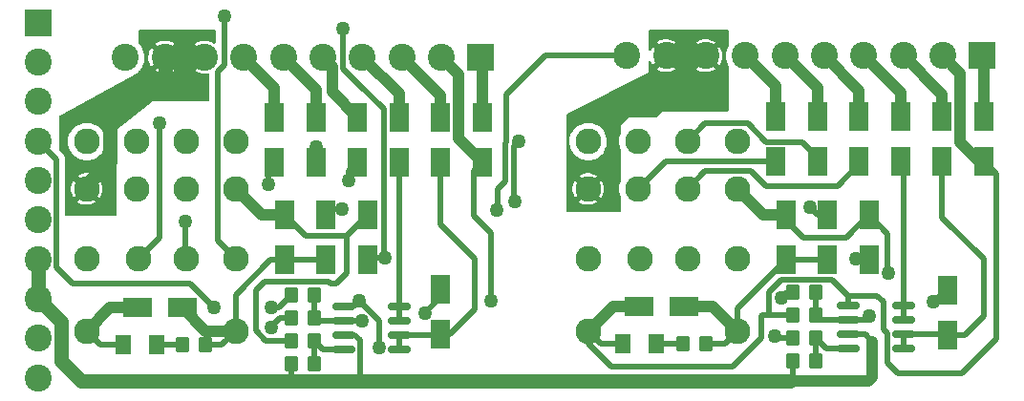
<source format=gtl>
%TF.GenerationSoftware,KiCad,Pcbnew,(5.99.0-9393-ga28cb98626)*%
%TF.CreationDate,2021-02-27T14:03:50-08:00*%
%TF.ProjectId,AuxRelays,41757852-656c-4617-9973-2e6b69636164,n/c*%
%TF.SameCoordinates,Original*%
%TF.FileFunction,Copper,L1,Top*%
%TF.FilePolarity,Positive*%
%FSLAX46Y46*%
G04 Gerber Fmt 4.6, Leading zero omitted, Abs format (unit mm)*
G04 Created by KiCad (PCBNEW (5.99.0-9393-ga28cb98626)) date 2021-02-27 14:03:50*
%MOMM*%
%LPD*%
G01*
G04 APERTURE LIST*
G04 Aperture macros list*
%AMRoundRect*
0 Rectangle with rounded corners*
0 $1 Rounding radius*
0 $2 $3 $4 $5 $6 $7 $8 $9 X,Y pos of 4 corners*
0 Add a 4 corners polygon primitive as box body*
4,1,4,$2,$3,$4,$5,$6,$7,$8,$9,$2,$3,0*
0 Add four circle primitives for the rounded corners*
1,1,$1+$1,$2,$3*
1,1,$1+$1,$4,$5*
1,1,$1+$1,$6,$7*
1,1,$1+$1,$8,$9*
0 Add four rect primitives between the rounded corners*
20,1,$1+$1,$2,$3,$4,$5,0*
20,1,$1+$1,$4,$5,$6,$7,0*
20,1,$1+$1,$6,$7,$8,$9,0*
20,1,$1+$1,$8,$9,$2,$3,0*%
G04 Aperture macros list end*
%TA.AperFunction,ComponentPad*%
%ADD10C,2.286000*%
%TD*%
%TA.AperFunction,SMDPad,CuDef*%
%ADD11RoundRect,0.250000X-0.350000X-0.450000X0.350000X-0.450000X0.350000X0.450000X-0.350000X0.450000X0*%
%TD*%
%TA.AperFunction,SMDPad,CuDef*%
%ADD12RoundRect,0.250000X0.350000X0.450000X-0.350000X0.450000X-0.350000X-0.450000X0.350000X-0.450000X0*%
%TD*%
%TA.AperFunction,SMDPad,CuDef*%
%ADD13RoundRect,0.150000X-0.825000X-0.150000X0.825000X-0.150000X0.825000X0.150000X-0.825000X0.150000X0*%
%TD*%
%TA.AperFunction,SMDPad,CuDef*%
%ADD14RoundRect,0.250001X-0.462499X-0.624999X0.462499X-0.624999X0.462499X0.624999X-0.462499X0.624999X0*%
%TD*%
%TA.AperFunction,ComponentPad*%
%ADD15C,2.400000*%
%TD*%
%TA.AperFunction,ComponentPad*%
%ADD16R,2.400000X2.400000*%
%TD*%
%TA.AperFunction,SMDPad,CuDef*%
%ADD17R,1.800000X2.500000*%
%TD*%
%TA.AperFunction,SMDPad,CuDef*%
%ADD18R,2.500000X1.800000*%
%TD*%
%TA.AperFunction,ViaPad*%
%ADD19C,1.270000*%
%TD*%
%TA.AperFunction,Conductor*%
%ADD20C,1.016000*%
%TD*%
%TA.AperFunction,Conductor*%
%ADD21C,0.508000*%
%TD*%
%TA.AperFunction,Conductor*%
%ADD22C,1.270000*%
%TD*%
%TA.AperFunction,Conductor*%
%ADD23C,2.032000*%
%TD*%
G04 APERTURE END LIST*
D10*
%TO.P,RLY2,14*%
%TO.N,Net-(D13-Pad1)*%
X150233000Y-132116000D03*
%TO.P,RLY2,13*%
%TO.N,Net-(D13-Pad2)*%
X137033000Y-132116000D03*
%TO.P,RLY2,12*%
%TO.N,Net-(RLY1-Pad4)*%
X150233000Y-125716000D03*
%TO.P,RLY2,11*%
%TO.N,Net-(J2-Pad10)*%
X145833000Y-125716000D03*
%TO.P,RLY2,10*%
%TO.N,Net-(J1-Pad10)*%
X141633000Y-125716000D03*
%TO.P,RLY2,9*%
%TO.N,Net-(J3-Pad10)*%
X137033000Y-125716000D03*
%TO.P,RLY2,8*%
%TO.N,Net-(D19-Pad2)*%
X150233000Y-119516000D03*
%TO.P,RLY2,7*%
%TO.N,Net-(D17-Pad2)*%
X145833000Y-119516000D03*
%TO.P,RLY2,6*%
%TO.N,Net-(D15-Pad2)*%
X141433000Y-119516000D03*
%TO.P,RLY2,5*%
%TO.N,Net-(J2-Pad8)*%
X137033000Y-119516000D03*
%TO.P,RLY2,4*%
%TO.N,Net-(J3-Pad5)*%
X150233000Y-115316000D03*
%TO.P,RLY2,3*%
%TO.N,Net-(D16-Pad2)*%
X145833000Y-115316000D03*
%TO.P,RLY2,2*%
%TO.N,unconnected-(RLY2-Pad2)*%
X141433000Y-115316000D03*
%TO.P,RLY2,1*%
%TO.N,unconnected-(RLY2-Pad1)*%
X137033000Y-115316000D03*
%TD*%
%TO.P,RLY1,14*%
%TO.N,Net-(D2-Pad1)*%
X105783000Y-132116000D03*
%TO.P,RLY1,13*%
%TO.N,Net-(D2-Pad2)*%
X92583000Y-132116000D03*
%TO.P,RLY1,12*%
%TO.N,Net-(J3-Pad1)*%
X105783000Y-125716000D03*
%TO.P,RLY1,11*%
%TO.N,Net-(J2-Pad10)*%
X101383000Y-125716000D03*
%TO.P,RLY1,10*%
%TO.N,Net-(J1-Pad10)*%
X97183000Y-125716000D03*
%TO.P,RLY1,9*%
%TO.N,Net-(J3-Pad10)*%
X92583000Y-125716000D03*
%TO.P,RLY1,8*%
%TO.N,Net-(D11-Pad2)*%
X105783000Y-119516000D03*
%TO.P,RLY1,7*%
%TO.N,Net-(D6-Pad2)*%
X101383000Y-119516000D03*
%TO.P,RLY1,6*%
%TO.N,Net-(D4-Pad2)*%
X96983000Y-119516000D03*
%TO.P,RLY1,5*%
%TO.N,Net-(J1-Pad8)*%
X92583000Y-119516000D03*
%TO.P,RLY1,4*%
%TO.N,Net-(RLY1-Pad4)*%
X105783000Y-115316000D03*
%TO.P,RLY1,3*%
%TO.N,Net-(D5-Pad2)*%
X101383000Y-115316000D03*
%TO.P,RLY1,2*%
%TO.N,unconnected-(RLY1-Pad2)*%
X96983000Y-115316000D03*
%TO.P,RLY1,1*%
%TO.N,unconnected-(RLY1-Pad1)*%
X92583000Y-115316000D03*
%TD*%
D11*
%TO.P,R10,2*%
%TO.N,Net-(Q2-Pad4)*%
X157210000Y-134801000D03*
%TO.P,R10,1*%
%TO.N,GND*%
X155210000Y-134801000D03*
%TD*%
D12*
%TO.P,R9,2*%
%TO.N,Net-(D19-Pad2)*%
X155210000Y-132769000D03*
%TO.P,R9,1*%
%TO.N,Net-(Q2-Pad4)*%
X157210000Y-132769000D03*
%TD*%
D11*
%TO.P,R8,2*%
%TO.N,Net-(D12-Pad2)*%
X157210000Y-130737000D03*
%TO.P,R8,1*%
%TO.N,Net-(D13-Pad2)*%
X155210000Y-130737000D03*
%TD*%
D12*
%TO.P,R7,2*%
%TO.N,Net-(J3-Pad4)*%
X155210000Y-128705000D03*
%TO.P,R7,1*%
%TO.N,Net-(D12-Pad2)*%
X157210000Y-128705000D03*
%TD*%
%TO.P,R6,2*%
%TO.N,Net-(LED2-Pad2)*%
X145431000Y-133223000D03*
%TO.P,R6,1*%
%TO.N,Net-(D13-Pad1)*%
X147431000Y-133223000D03*
%TD*%
D11*
%TO.P,R5,2*%
%TO.N,Net-(Q1-Pad4)*%
X112760000Y-135001000D03*
%TO.P,R5,1*%
%TO.N,GND*%
X110760000Y-135001000D03*
%TD*%
D12*
%TO.P,R4,2*%
%TO.N,Net-(D11-Pad2)*%
X110760000Y-132969000D03*
%TO.P,R4,1*%
%TO.N,Net-(Q1-Pad4)*%
X112760000Y-132969000D03*
%TD*%
D11*
%TO.P,R3,2*%
%TO.N,Net-(D1-Pad2)*%
X112760000Y-130937000D03*
%TO.P,R3,1*%
%TO.N,Net-(D2-Pad2)*%
X110760000Y-130937000D03*
%TD*%
D12*
%TO.P,R2,2*%
%TO.N,Net-(J3-Pad4)*%
X110760000Y-128905000D03*
%TO.P,R2,1*%
%TO.N,Net-(D1-Pad2)*%
X112760000Y-128905000D03*
%TD*%
%TO.P,R1,2*%
%TO.N,Net-(LED1-Pad2)*%
X101108000Y-133350000D03*
%TO.P,R1,1*%
%TO.N,Net-(D2-Pad1)*%
X103108000Y-133350000D03*
%TD*%
D13*
%TO.P,Q2,8,D*%
%TO.N,Net-(D14-Pad1)*%
X165035000Y-129848000D03*
%TO.P,Q2,7,D*%
X165035000Y-131118000D03*
%TO.P,Q2,6,D*%
%TO.N,Net-(D12-Pad1)*%
X165035000Y-132388000D03*
%TO.P,Q2,5,D*%
X165035000Y-133658000D03*
%TO.P,Q2,4,G*%
%TO.N,Net-(Q2-Pad4)*%
X160085000Y-133658000D03*
%TO.P,Q2,3,1*%
%TO.N,GND*%
X160085000Y-132388000D03*
%TO.P,Q2,2,G*%
%TO.N,Net-(D12-Pad2)*%
X160085000Y-131118000D03*
%TO.P,Q2,1,S*%
%TO.N,Net-(D13-Pad2)*%
X160085000Y-129848000D03*
%TD*%
%TO.P,Q1,8,D*%
%TO.N,Net-(D3-Pad1)*%
X120331000Y-129921000D03*
%TO.P,Q1,7,D*%
X120331000Y-131191000D03*
%TO.P,Q1,6,D*%
%TO.N,Net-(D1-Pad1)*%
X120331000Y-132461000D03*
%TO.P,Q1,5,D*%
X120331000Y-133731000D03*
%TO.P,Q1,4,G*%
%TO.N,Net-(Q1-Pad4)*%
X115381000Y-133731000D03*
%TO.P,Q1,3,1*%
%TO.N,GND*%
X115381000Y-132461000D03*
%TO.P,Q1,2,G*%
%TO.N,Net-(D1-Pad2)*%
X115381000Y-131191000D03*
%TO.P,Q1,1,S*%
%TO.N,Net-(D2-Pad2)*%
X115381000Y-129921000D03*
%TD*%
D14*
%TO.P,LED2,2,A*%
%TO.N,Net-(LED2-Pad2)*%
X143092500Y-133223000D03*
%TO.P,LED2,1,K*%
%TO.N,Net-(D13-Pad2)*%
X140117500Y-133223000D03*
%TD*%
%TO.P,LED1,2,A*%
%TO.N,Net-(LED1-Pad2)*%
X98769500Y-133350000D03*
%TO.P,LED1,1,K*%
%TO.N,Net-(D2-Pad2)*%
X95794500Y-133350000D03*
%TD*%
D15*
%TO.P,J3,10,Pin_10*%
%TO.N,Net-(J3-Pad10)*%
X88265000Y-136275000D03*
%TO.P,J3,9,Pin_9*%
X88265000Y-132775000D03*
%TO.P,J3,8,Pin_8*%
%TO.N,GND*%
X88265000Y-129275000D03*
%TO.P,J3,7,Pin_7*%
X88265000Y-125775000D03*
%TO.P,J3,6,Pin_6*%
%TO.N,unconnected-(J3-Pad6)*%
X88265000Y-122275000D03*
%TO.P,J3,5,Pin_5*%
%TO.N,Net-(J3-Pad5)*%
X88265000Y-118775000D03*
%TO.P,J3,4,Pin_4*%
%TO.N,Net-(J3-Pad4)*%
X88265000Y-115275000D03*
%TO.P,J3,3,Pin_3*%
%TO.N,Net-(D20-Pad2)*%
X88265000Y-111775000D03*
%TO.P,J3,2,Pin_2*%
%TO.N,Net-(D11-Pad1)*%
X88265000Y-108275000D03*
D16*
%TO.P,J3,1,Pin_1*%
%TO.N,Net-(J3-Pad1)*%
X88265000Y-104775000D03*
%TD*%
D15*
%TO.P,J2,10,Pin_10*%
%TO.N,Net-(J2-Pad10)*%
X140460000Y-107696000D03*
%TO.P,J2,9,Pin_9*%
%TO.N,Net-(J2-Pad8)*%
X143960000Y-107696000D03*
%TO.P,J2,8,Pin_8*%
X147460000Y-107696000D03*
%TO.P,J2,7,Pin_7*%
%TO.N,Net-(D15-Pad1)*%
X150960000Y-107696000D03*
%TO.P,J2,6,Pin_6*%
%TO.N,Net-(D16-Pad1)*%
X154460000Y-107696000D03*
%TO.P,J2,5,Pin_5*%
%TO.N,Net-(D17-Pad1)*%
X157960000Y-107696000D03*
%TO.P,J2,4,Pin_4*%
%TO.N,Net-(D14-Pad2)*%
X161460000Y-107696000D03*
%TO.P,J2,3,Pin_3*%
%TO.N,Net-(D21-Pad2)*%
X164960000Y-107696000D03*
%TO.P,J2,2,Pin_2*%
%TO.N,Net-(D13-Pad2)*%
X168460000Y-107696000D03*
D16*
%TO.P,J2,1,Pin_1*%
%TO.N,Net-(D18-Pad1)*%
X171960000Y-107696000D03*
%TD*%
D15*
%TO.P,J1,10,Pin_10*%
%TO.N,Net-(J1-Pad10)*%
X96010000Y-107823000D03*
%TO.P,J1,9,Pin_9*%
%TO.N,Net-(J1-Pad8)*%
X99510000Y-107823000D03*
%TO.P,J1,8,Pin_8*%
X103010000Y-107823000D03*
%TO.P,J1,7,Pin_7*%
%TO.N,Net-(D4-Pad1)*%
X106510000Y-107823000D03*
%TO.P,J1,6,Pin_6*%
%TO.N,Net-(D5-Pad1)*%
X110010000Y-107823000D03*
%TO.P,J1,5,Pin_5*%
%TO.N,Net-(D6-Pad1)*%
X113510000Y-107823000D03*
%TO.P,J1,4,Pin_4*%
%TO.N,Net-(D3-Pad2)*%
X117010000Y-107823000D03*
%TO.P,J1,3,Pin_3*%
%TO.N,Net-(D10-Pad2)*%
X120510000Y-107823000D03*
%TO.P,J1,2,Pin_2*%
%TO.N,Net-(D2-Pad2)*%
X124010000Y-107823000D03*
D16*
%TO.P,J1,1,Pin_1*%
%TO.N,Net-(D7-Pad1)*%
X127510000Y-107823000D03*
%TD*%
D17*
%TO.P,D22,2,A*%
%TO.N,Net-(D19-Pad2)*%
X161925000Y-121825000D03*
%TO.P,D22,1,K*%
%TO.N,Net-(D11-Pad1)*%
X161925000Y-125825000D03*
%TD*%
%TO.P,D21,2,A*%
%TO.N,Net-(D21-Pad2)*%
X168402000Y-113062000D03*
%TO.P,D21,1,K*%
%TO.N,Net-(D12-Pad1)*%
X168402000Y-117062000D03*
%TD*%
%TO.P,D20,2,A*%
%TO.N,Net-(D20-Pad2)*%
X158242000Y-121825000D03*
%TO.P,D20,1,K*%
%TO.N,Net-(D13-Pad1)*%
X158242000Y-125825000D03*
%TD*%
%TO.P,D19,2,A*%
%TO.N,Net-(D19-Pad2)*%
X154559000Y-121825000D03*
%TO.P,D19,1,K*%
%TO.N,Net-(D13-Pad1)*%
X154559000Y-125825000D03*
%TD*%
%TO.P,D18,2,A*%
%TO.N,Net-(D13-Pad2)*%
X172085000Y-117062000D03*
%TO.P,D18,1,K*%
%TO.N,Net-(D18-Pad1)*%
X172085000Y-113062000D03*
%TD*%
%TO.P,D17,2,A*%
%TO.N,Net-(D17-Pad2)*%
X161036000Y-117062000D03*
%TO.P,D17,1,K*%
%TO.N,Net-(D17-Pad1)*%
X161036000Y-113062000D03*
%TD*%
%TO.P,D16,2,A*%
%TO.N,Net-(D16-Pad2)*%
X157353000Y-117062000D03*
%TO.P,D16,1,K*%
%TO.N,Net-(D16-Pad1)*%
X157353000Y-113062000D03*
%TD*%
%TO.P,D15,2,A*%
%TO.N,Net-(D15-Pad2)*%
X153670000Y-117062000D03*
%TO.P,D15,1,K*%
%TO.N,Net-(D15-Pad1)*%
X153670000Y-113062000D03*
%TD*%
%TO.P,D14,2,A*%
%TO.N,Net-(D14-Pad2)*%
X164719000Y-113062000D03*
%TO.P,D14,1,K*%
%TO.N,Net-(D14-Pad1)*%
X164719000Y-117062000D03*
%TD*%
D18*
%TO.P,D13,2,A*%
%TO.N,Net-(D13-Pad2)*%
X141510000Y-129921000D03*
%TO.P,D13,1,K*%
%TO.N,Net-(D13-Pad1)*%
X145510000Y-129921000D03*
%TD*%
D17*
%TO.P,D12,2,A*%
%TO.N,Net-(D12-Pad2)*%
X168910000Y-128483000D03*
%TO.P,D12,1,K*%
%TO.N,Net-(D12-Pad1)*%
X168910000Y-132483000D03*
%TD*%
%TO.P,D11,2,A*%
%TO.N,Net-(D11-Pad2)*%
X117475000Y-121825000D03*
%TO.P,D11,1,K*%
%TO.N,Net-(D11-Pad1)*%
X117475000Y-125825000D03*
%TD*%
%TO.P,D10,2,A*%
%TO.N,Net-(D10-Pad2)*%
X123952000Y-113157000D03*
%TO.P,D10,1,K*%
%TO.N,Net-(D1-Pad1)*%
X123952000Y-117157000D03*
%TD*%
%TO.P,D9,2,A*%
%TO.N,Net-(D20-Pad2)*%
X113792000Y-121825000D03*
%TO.P,D9,1,K*%
%TO.N,Net-(D2-Pad1)*%
X113792000Y-125825000D03*
%TD*%
%TO.P,D8,2,A*%
%TO.N,Net-(D11-Pad2)*%
X110109000Y-121825000D03*
%TO.P,D8,1,K*%
%TO.N,Net-(D2-Pad1)*%
X110109000Y-125825000D03*
%TD*%
%TO.P,D7,2,A*%
%TO.N,Net-(D2-Pad2)*%
X127635000Y-117157000D03*
%TO.P,D7,1,K*%
%TO.N,Net-(D7-Pad1)*%
X127635000Y-113157000D03*
%TD*%
%TO.P,D6,2,A*%
%TO.N,Net-(D6-Pad2)*%
X116586000Y-117157000D03*
%TO.P,D6,1,K*%
%TO.N,Net-(D6-Pad1)*%
X116586000Y-113157000D03*
%TD*%
%TO.P,D5,2,A*%
%TO.N,Net-(D5-Pad2)*%
X112903000Y-117157000D03*
%TO.P,D5,1,K*%
%TO.N,Net-(D5-Pad1)*%
X112903000Y-113157000D03*
%TD*%
%TO.P,D4,2,A*%
%TO.N,Net-(D4-Pad2)*%
X109220000Y-117189000D03*
%TO.P,D4,1,K*%
%TO.N,Net-(D4-Pad1)*%
X109220000Y-113189000D03*
%TD*%
%TO.P,D3,2,A*%
%TO.N,Net-(D3-Pad2)*%
X120269000Y-113157000D03*
%TO.P,D3,1,K*%
%TO.N,Net-(D3-Pad1)*%
X120269000Y-117157000D03*
%TD*%
D18*
%TO.P,D2,2,A*%
%TO.N,Net-(D2-Pad2)*%
X97060000Y-130048000D03*
%TO.P,D2,1,K*%
%TO.N,Net-(D2-Pad1)*%
X101060000Y-130048000D03*
%TD*%
D17*
%TO.P,D1,2,A*%
%TO.N,Net-(D1-Pad2)*%
X123952000Y-128429000D03*
%TO.P,D1,1,K*%
%TO.N,Net-(D1-Pad1)*%
X123952000Y-132429000D03*
%TD*%
D19*
%TO.N,Net-(J1-Pad10)*%
X99060000Y-113665000D03*
%TO.N,Net-(D2-Pad2)*%
X118491000Y-133604000D03*
X108966000Y-131826000D03*
%TO.N,Net-(J3-Pad4)*%
X103886000Y-130048000D03*
%TO.N,Net-(D11-Pad1)*%
X115316000Y-105283000D03*
%TO.N,Net-(J3-Pad1)*%
X104775000Y-104193990D03*
%TO.N,Net-(D5-Pad2)*%
X112903000Y-115824000D03*
%TO.N,Net-(D4-Pad2)*%
X108712000Y-119126000D03*
%TO.N,Net-(D6-Pad2)*%
X115824000Y-118745000D03*
%TO.N,Net-(D2-Pad2)*%
X116713000Y-129413000D03*
X128397000Y-129413000D03*
%TO.N,Net-(J3-Pad4)*%
X154178000Y-129159000D03*
X108966000Y-130048000D03*
%TO.N,Net-(D20-Pad2)*%
X156718000Y-121158000D03*
X115189000Y-121285000D03*
%TO.N,Net-(D19-Pad2)*%
X153543000Y-132588000D03*
X163660002Y-127000000D03*
%TO.N,Net-(D11-Pad1)*%
X160782000Y-125730000D03*
X118999000Y-125603000D03*
%TO.N,Net-(J2-Pad10)*%
X128905000Y-121412000D03*
%TO.N,Net-(RLY1-Pad4)*%
X130556000Y-120650000D03*
X130883010Y-115302253D03*
%TO.N,Net-(J2-Pad10)*%
X101346000Y-122374010D03*
%TO.N,Net-(D1-Pad2)*%
X122555000Y-130502010D03*
X116979075Y-131219169D03*
%TO.N,Net-(D12-Pad2)*%
X167640000Y-129540000D03*
X161925000Y-130810000D03*
%TD*%
D20*
%TO.N,GND*%
X162232989Y-136197989D02*
X161894958Y-136536020D01*
X161894958Y-136536020D02*
X154951020Y-136536020D01*
D21*
X160085000Y-132388000D02*
X161578978Y-132388000D01*
X161578978Y-132388000D02*
X162232989Y-133042011D01*
%TO.N,Net-(D13-Pad2)*%
X163522020Y-134947020D02*
X163522020Y-132316518D01*
X170180000Y-135890000D02*
X164465000Y-135890000D01*
D20*
%TO.N,GND*%
X162232989Y-136197989D02*
X162232989Y-133042011D01*
D21*
%TO.N,Net-(D13-Pad2)*%
X172085000Y-117062000D02*
X173228000Y-118205000D01*
X163522020Y-132316518D02*
X163195000Y-131989498D01*
X162625000Y-128970000D02*
X160085000Y-128970000D01*
X163195000Y-129540000D02*
X162625000Y-128970000D01*
X173228000Y-132842000D02*
X170180000Y-135890000D01*
X173228000Y-118205000D02*
X173228000Y-132842000D01*
X164465000Y-135890000D02*
X163522020Y-134947020D01*
X163195000Y-131989498D02*
X163195000Y-129540000D01*
%TO.N,Net-(J1-Pad10)*%
X99060000Y-113665000D02*
X99060000Y-123839000D01*
X99060000Y-123839000D02*
X97183000Y-125716000D01*
%TO.N,Net-(D1-Pad2)*%
X115381000Y-131191000D02*
X116950906Y-131191000D01*
%TO.N,GND*%
X116356000Y-132461000D02*
X116828980Y-132933980D01*
X116828980Y-132933980D02*
X116828980Y-136536020D01*
%TO.N,Net-(D2-Pad2)*%
X118491000Y-133604000D02*
X118491000Y-131191000D01*
X118491000Y-131191000D02*
X116713000Y-129413000D01*
%TO.N,GND*%
X115381000Y-132461000D02*
X116356000Y-132461000D01*
%TO.N,Net-(D1-Pad2)*%
X116950906Y-131191000D02*
X116979075Y-131219169D01*
%TO.N,Net-(D2-Pad2)*%
X109728000Y-130937000D02*
X108966000Y-131699000D01*
X108966000Y-131699000D02*
X108966000Y-131826000D01*
%TO.N,Net-(D11-Pad2)*%
X108458000Y-132969000D02*
X110760000Y-132969000D01*
X115602000Y-123698000D02*
X115602000Y-126982220D01*
X115602000Y-126982220D02*
X114695220Y-127889000D01*
X114173000Y-127889000D02*
X114034980Y-127750980D01*
X114695220Y-127889000D02*
X114173000Y-127889000D01*
X114034980Y-127750980D02*
X108342020Y-127750980D01*
X108342020Y-127750980D02*
X107569000Y-128524000D01*
X107569000Y-132080000D02*
X108458000Y-132969000D01*
X107569000Y-128524000D02*
X107569000Y-132080000D01*
%TO.N,Net-(J3-Pad4)*%
X89919011Y-116929011D02*
X88265000Y-115275000D01*
X103886000Y-130048000D02*
X101727000Y-127889000D01*
X101727000Y-127889000D02*
X91313000Y-127889000D01*
X91313000Y-127889000D02*
X89919011Y-126495011D01*
X89919011Y-126495011D02*
X89919011Y-116929011D01*
%TO.N,Net-(J3-Pad1)*%
X104775000Y-108505937D02*
X104775000Y-104193990D01*
X104185989Y-109094948D02*
X104775000Y-108505937D01*
%TO.N,Net-(D11-Pad1)*%
X118999000Y-125603000D02*
X118914989Y-125518989D01*
X118914989Y-125518989D02*
X118914989Y-112437989D01*
X115316000Y-108839000D02*
X115316000Y-105283000D01*
%TO.N,Net-(J3-Pad1)*%
X104185989Y-124118989D02*
X104185989Y-109094948D01*
%TO.N,Net-(D11-Pad1)*%
X116586000Y-110109000D02*
X115316000Y-108839000D01*
X118914989Y-112437989D02*
X116586000Y-110109000D01*
D20*
%TO.N,Net-(D6-Pad1)*%
X116586000Y-113157000D02*
X114353989Y-110924989D01*
D21*
%TO.N,Net-(J3-Pad1)*%
X105783000Y-125716000D02*
X104185989Y-124118989D01*
D20*
%TO.N,Net-(D6-Pad1)*%
X114353989Y-110924989D02*
X114353989Y-108666989D01*
X114353989Y-108666989D02*
X113510000Y-107823000D01*
D21*
%TO.N,Net-(D5-Pad2)*%
X112903000Y-115824000D02*
X112903000Y-117157000D01*
%TO.N,Net-(D4-Pad2)*%
X108712000Y-119126000D02*
X108712000Y-117697000D01*
X108712000Y-117697000D02*
X109220000Y-117189000D01*
%TO.N,Net-(D6-Pad2)*%
X115824000Y-118745000D02*
X115824000Y-117919000D01*
X115824000Y-117919000D02*
X116586000Y-117157000D01*
%TO.N,Net-(D2-Pad2)*%
X128397000Y-123444000D02*
X126873000Y-121920000D01*
%TO.N,Net-(D1-Pad2)*%
X123952000Y-128429000D02*
X123952000Y-129105010D01*
%TO.N,Net-(D2-Pad2)*%
X115381000Y-129921000D02*
X116205000Y-129921000D01*
X126873000Y-121920000D02*
X126873000Y-117919000D01*
%TO.N,Net-(D1-Pad2)*%
X123952000Y-129105010D02*
X122555000Y-130502010D01*
%TO.N,Net-(D2-Pad2)*%
X116205000Y-129921000D02*
X116713000Y-129413000D01*
X128397000Y-129413000D02*
X128397000Y-123444000D01*
X126873000Y-117919000D02*
X127635000Y-117157000D01*
%TO.N,Net-(J3-Pad4)*%
X109617000Y-130048000D02*
X110760000Y-128905000D01*
%TO.N,Net-(D13-Pad2)*%
X158644011Y-127529011D02*
X154196267Y-127529011D01*
X153088999Y-128636279D02*
X153088999Y-130717999D01*
%TO.N,Net-(J3-Pad4)*%
X154632000Y-128705000D02*
X154178000Y-129159000D01*
%TO.N,Net-(D13-Pad2)*%
X160085000Y-128970000D02*
X158644011Y-127529011D01*
X153088999Y-130717999D02*
X153108000Y-130737000D01*
X154196267Y-127529011D02*
X153088999Y-128636279D01*
X160085000Y-129848000D02*
X160085000Y-128970000D01*
%TO.N,Net-(J3-Pad4)*%
X155210000Y-128705000D02*
X154632000Y-128705000D01*
X108966000Y-130048000D02*
X109617000Y-130048000D01*
D22*
%TO.N,Net-(J1-Pad8)*%
X92583000Y-119516000D02*
X92583000Y-119126000D01*
X94615000Y-117094000D02*
X94615000Y-113030000D01*
X92583000Y-119126000D02*
X94615000Y-117094000D01*
X96647000Y-110998000D02*
X98933000Y-110998000D01*
X94615000Y-113030000D02*
X96647000Y-110998000D01*
X98933000Y-110998000D02*
X99510000Y-110421000D01*
X99510000Y-110421000D02*
X99510000Y-107823000D01*
D21*
%TO.N,Net-(J2-Pad10)*%
X101383000Y-125716000D02*
X101346000Y-125679000D01*
X101346000Y-125679000D02*
X101346000Y-122374010D01*
%TO.N,Net-(D20-Pad2)*%
X114332000Y-121285000D02*
X113792000Y-121825000D01*
X157385000Y-121825000D02*
X156718000Y-121158000D01*
X158242000Y-121825000D02*
X157385000Y-121825000D01*
X115189000Y-121285000D02*
X114332000Y-121285000D01*
%TO.N,Net-(D14-Pad1)*%
X165035000Y-117378000D02*
X165035000Y-129848000D01*
X164719000Y-117062000D02*
X165035000Y-117378000D01*
%TO.N,Net-(D19-Pad2)*%
X155210000Y-132769000D02*
X153724000Y-132769000D01*
X153724000Y-132769000D02*
X153543000Y-132588000D01*
X161925000Y-121825000D02*
X163576000Y-123476000D01*
X163576000Y-123476000D02*
X163576000Y-127000000D01*
%TO.N,Net-(D11-Pad1)*%
X161925000Y-125825000D02*
X160877000Y-125825000D01*
X160877000Y-125825000D02*
X160782000Y-125730000D01*
X117697000Y-125603000D02*
X117475000Y-125825000D01*
X118999000Y-125603000D02*
X117697000Y-125603000D01*
%TO.N,Net-(D13-Pad2)*%
X160085000Y-129848000D02*
X160085000Y-129221000D01*
%TO.N,Net-(RLY1-Pad4)*%
X130429000Y-120523000D02*
X130429000Y-115756263D01*
X130429000Y-115756263D02*
X130883010Y-115302253D01*
%TO.N,Net-(J2-Pad10)*%
X128989011Y-121327989D02*
X128989011Y-119549989D01*
%TO.N,Net-(RLY1-Pad4)*%
X130556000Y-120650000D02*
X130429000Y-120523000D01*
%TO.N,Net-(J2-Pad10)*%
X133223000Y-107696000D02*
X140460000Y-107696000D01*
X128905000Y-121412000D02*
X128989011Y-121327989D01*
X128989011Y-119549989D02*
X129720989Y-118818011D01*
X129720989Y-118818011D02*
X129720990Y-115462995D01*
X129720990Y-115462995D02*
X129794000Y-115389985D01*
X129794000Y-115389985D02*
X129794000Y-111125000D01*
X129794000Y-111125000D02*
X133223000Y-107696000D01*
D23*
%TO.N,Net-(J1-Pad8)*%
X99510000Y-107823000D02*
X103010000Y-107823000D01*
%TO.N,Net-(J2-Pad8)*%
X143960000Y-107696000D02*
X147460000Y-107696000D01*
D21*
%TO.N,Net-(D11-Pad2)*%
X111982000Y-123698000D02*
X110109000Y-121825000D01*
X115602000Y-123698000D02*
X111982000Y-123698000D01*
X117475000Y-121825000D02*
X115602000Y-123698000D01*
D20*
X110109000Y-121825000D02*
X108092000Y-121825000D01*
X108092000Y-121825000D02*
X105783000Y-119516000D01*
%TO.N,Net-(D19-Pad2)*%
X152542000Y-121825000D02*
X154559000Y-121825000D01*
D21*
%TO.N,Net-(D17-Pad2)*%
X161036000Y-117348000D02*
X159131000Y-119253000D01*
D20*
%TO.N,Net-(D19-Pad2)*%
X150233000Y-119516000D02*
X152542000Y-121825000D01*
D21*
%TO.N,Net-(D17-Pad2)*%
X159131000Y-119253000D02*
X152781000Y-119253000D01*
X147430011Y-117918989D02*
X145833000Y-119516000D01*
X161036000Y-117062000D02*
X161036000Y-117348000D01*
X152781000Y-119253000D02*
X151446989Y-117918989D01*
X151446989Y-117918989D02*
X147430011Y-117918989D01*
%TO.N,Net-(D15-Pad2)*%
X153670000Y-117062000D02*
X143887000Y-117062000D01*
X143887000Y-117062000D02*
X141433000Y-119516000D01*
%TO.N,Net-(D19-Pad2)*%
X154559000Y-122301000D02*
X154559000Y-121825000D01*
X156083000Y-123825000D02*
X154559000Y-122301000D01*
X161925000Y-121825000D02*
X161893000Y-121825000D01*
X161893000Y-121825000D02*
X159893000Y-123825000D01*
X159893000Y-123825000D02*
X156083000Y-123825000D01*
%TO.N,Net-(D13-Pad1)*%
X158242000Y-125825000D02*
X154559000Y-125825000D01*
%TO.N,Net-(D2-Pad1)*%
X113792000Y-125825000D02*
X110109000Y-125825000D01*
X108871000Y-125825000D02*
X110109000Y-125825000D01*
X105783000Y-132116000D02*
X105783000Y-128913000D01*
X105783000Y-128913000D02*
X108871000Y-125825000D01*
%TO.N,Net-(D13-Pad2)*%
X152473000Y-130737000D02*
X153108000Y-130737000D01*
X153108000Y-130737000D02*
X155210000Y-130737000D01*
%TO.N,Net-(D12-Pad2)*%
X160085000Y-131118000D02*
X161617000Y-131118000D01*
X161617000Y-131118000D02*
X161925000Y-130810000D01*
X168697000Y-128483000D02*
X167640000Y-129540000D01*
X168910000Y-128483000D02*
X168697000Y-128483000D01*
%TO.N,Net-(D12-Pad1)*%
X168402000Y-117062000D02*
X168402000Y-122047000D01*
X168402000Y-122047000D02*
X172085000Y-125730000D01*
X172085000Y-125730000D02*
X172085000Y-130810000D01*
X172085000Y-130810000D02*
X170412000Y-132483000D01*
X170412000Y-132483000D02*
X168910000Y-132483000D01*
%TO.N,Net-(D1-Pad1)*%
X124746000Y-132429000D02*
X123952000Y-132429000D01*
X123952000Y-117157000D02*
X123952000Y-122682000D01*
X123952000Y-122682000D02*
X127000000Y-125730000D01*
X127000000Y-130175000D02*
X124746000Y-132429000D01*
X127000000Y-125730000D02*
X127000000Y-130175000D01*
D22*
%TO.N,GND*%
X92086020Y-136536020D02*
X110501020Y-136536020D01*
X110501020Y-136536020D02*
X116828980Y-136536020D01*
D21*
X110760000Y-135001000D02*
X110760000Y-136277040D01*
X110760000Y-136277040D02*
X110501020Y-136536020D01*
D22*
X116828980Y-136536020D02*
X154951020Y-136536020D01*
D21*
X155210000Y-134801000D02*
X155210000Y-136277040D01*
X155210000Y-136277040D02*
X154951020Y-136536020D01*
D22*
X88265000Y-129275000D02*
X90300011Y-131310011D01*
X90300011Y-131310011D02*
X90300011Y-134750011D01*
X90300011Y-134750011D02*
X92086020Y-136536020D01*
X88265000Y-129275000D02*
X88265000Y-125775000D01*
D21*
%TO.N,Net-(D3-Pad1)*%
X120269000Y-117157000D02*
X120269000Y-129859000D01*
X120269000Y-129859000D02*
X120331000Y-129921000D01*
%TO.N,Net-(D2-Pad2)*%
X109728000Y-130937000D02*
X110760000Y-130937000D01*
%TO.N,Net-(D13-Pad1)*%
X150233000Y-132116000D02*
X150233000Y-130151000D01*
X150233000Y-130151000D02*
X154559000Y-125825000D01*
%TO.N,Net-(D13-Pad2)*%
X137033000Y-133223000D02*
X139065000Y-135255000D01*
X149860000Y-135255000D02*
X152400000Y-132715000D01*
X137033000Y-132116000D02*
X137033000Y-133223000D01*
X152400000Y-132715000D02*
X152400000Y-130810000D01*
X152400000Y-130810000D02*
X152473000Y-130737000D01*
X139065000Y-135255000D02*
X149860000Y-135255000D01*
%TO.N,Net-(D16-Pad2)*%
X145833000Y-115316000D02*
X147430011Y-113718989D01*
X147430011Y-113718989D02*
X151183989Y-113718989D01*
X152822989Y-115357989D02*
X155997989Y-115357989D01*
X155997989Y-115357989D02*
X157353000Y-116713000D01*
X151183989Y-113718989D02*
X152822989Y-115357989D01*
X157353000Y-116713000D02*
X157353000Y-117062000D01*
%TO.N,Net-(D12-Pad2)*%
X160085000Y-131118000D02*
X157591000Y-131118000D01*
X157591000Y-131118000D02*
X157210000Y-130737000D01*
X157210000Y-130737000D02*
X157210000Y-128705000D01*
%TO.N,Net-(D12-Pad1)*%
X165035000Y-132388000D02*
X168815000Y-132388000D01*
X168815000Y-132388000D02*
X168910000Y-132483000D01*
%TO.N,Net-(D14-Pad1)*%
X165035000Y-129848000D02*
X165035000Y-131118000D01*
%TO.N,Net-(D12-Pad1)*%
X165035000Y-132388000D02*
X165035000Y-133658000D01*
%TO.N,Net-(Q2-Pad4)*%
X160085000Y-133658000D02*
X158099000Y-133658000D01*
X158099000Y-133658000D02*
X157210000Y-132769000D01*
X157210000Y-132769000D02*
X157210000Y-134801000D01*
D20*
%TO.N,Net-(D13-Pad2)*%
X141510000Y-129921000D02*
X139228000Y-129921000D01*
X139228000Y-129921000D02*
X137033000Y-132116000D01*
%TO.N,Net-(D13-Pad1)*%
X145510000Y-129921000D02*
X148038000Y-129921000D01*
X148038000Y-129921000D02*
X150233000Y-132116000D01*
D21*
X147431000Y-133223000D02*
X149126000Y-133223000D01*
X149126000Y-133223000D02*
X150233000Y-132116000D01*
%TO.N,Net-(LED2-Pad2)*%
X143092500Y-133223000D02*
X145431000Y-133223000D01*
%TO.N,Net-(D13-Pad2)*%
X140117500Y-133223000D02*
X138140000Y-133223000D01*
X138140000Y-133223000D02*
X137033000Y-132116000D01*
%TO.N,Net-(LED1-Pad2)*%
X101108000Y-133350000D02*
X98769500Y-133350000D01*
%TO.N,Net-(D2-Pad1)*%
X103108000Y-133350000D02*
X104549000Y-133350000D01*
X104549000Y-133350000D02*
X105783000Y-132116000D01*
%TO.N,Net-(D2-Pad2)*%
X95794500Y-133350000D02*
X93817000Y-133350000D01*
X93817000Y-133350000D02*
X92583000Y-132116000D01*
D20*
X97060000Y-130048000D02*
X94651000Y-130048000D01*
X94651000Y-130048000D02*
X92583000Y-132116000D01*
%TO.N,Net-(D2-Pad1)*%
X105783000Y-132116000D02*
X103128000Y-132116000D01*
X103128000Y-132116000D02*
X101060000Y-130048000D01*
D21*
%TO.N,Net-(D1-Pad1)*%
X120331000Y-132461000D02*
X123920000Y-132461000D01*
X123920000Y-132461000D02*
X123952000Y-132429000D01*
%TO.N,Net-(D3-Pad1)*%
X120331000Y-131191000D02*
X120331000Y-129921000D01*
%TO.N,Net-(D1-Pad1)*%
X120331000Y-133731000D02*
X120331000Y-132461000D01*
%TO.N,Net-(Q1-Pad4)*%
X115381000Y-133731000D02*
X113522000Y-133731000D01*
X113522000Y-133731000D02*
X112760000Y-132969000D01*
X112760000Y-132969000D02*
X112760000Y-135001000D01*
%TO.N,Net-(D1-Pad2)*%
X115381000Y-131191000D02*
X113014000Y-131191000D01*
X113014000Y-131191000D02*
X112760000Y-130937000D01*
X112760000Y-128905000D02*
X112760000Y-130937000D01*
D20*
%TO.N,Net-(D15-Pad1)*%
X153670000Y-113062000D02*
X153670000Y-110406000D01*
X153670000Y-110406000D02*
X150960000Y-107696000D01*
%TO.N,Net-(D16-Pad1)*%
X157353000Y-113062000D02*
X157353000Y-110589000D01*
X157353000Y-110589000D02*
X154460000Y-107696000D01*
%TO.N,Net-(D17-Pad1)*%
X161036000Y-113062000D02*
X161036000Y-110772000D01*
X161036000Y-110772000D02*
X157960000Y-107696000D01*
%TO.N,Net-(D14-Pad2)*%
X164719000Y-113062000D02*
X164719000Y-110955000D01*
X164719000Y-110955000D02*
X161460000Y-107696000D01*
%TO.N,Net-(D21-Pad2)*%
X168402000Y-113062000D02*
X168402000Y-111138000D01*
X168402000Y-111138000D02*
X164960000Y-107696000D01*
%TO.N,Net-(D13-Pad2)*%
X172085000Y-117062000D02*
X171672000Y-117062000D01*
X170010011Y-109246011D02*
X168460000Y-107696000D01*
X171672000Y-117062000D02*
X170010011Y-115400011D01*
X170010011Y-115400011D02*
X170010011Y-109246011D01*
%TO.N,Net-(D18-Pad1)*%
X172085000Y-113062000D02*
X172085000Y-107821000D01*
X172085000Y-107821000D02*
X171960000Y-107696000D01*
%TO.N,Net-(D2-Pad2)*%
X124010000Y-107823000D02*
X125560011Y-109373011D01*
X125560011Y-109373011D02*
X125560011Y-115082011D01*
X125560011Y-115082011D02*
X127635000Y-117157000D01*
%TO.N,Net-(D4-Pad1)*%
X109220000Y-113189000D02*
X109220000Y-110533000D01*
X109220000Y-110533000D02*
X106510000Y-107823000D01*
%TO.N,Net-(D5-Pad1)*%
X112903000Y-113157000D02*
X112903000Y-110716000D01*
X112903000Y-110716000D02*
X110010000Y-107823000D01*
%TO.N,Net-(D3-Pad2)*%
X120269000Y-113157000D02*
X120269000Y-111082000D01*
X120269000Y-111082000D02*
X117010000Y-107823000D01*
%TO.N,Net-(D10-Pad2)*%
X123952000Y-113157000D02*
X123952000Y-111265000D01*
X123952000Y-111265000D02*
X120510000Y-107823000D01*
%TO.N,Net-(D7-Pad1)*%
X127635000Y-113157000D02*
X127635000Y-107948000D01*
X127635000Y-107948000D02*
X127510000Y-107823000D01*
%TD*%
%TA.AperFunction,Conductor*%
%TO.N,Net-(J2-Pad8)*%
G36*
X149421121Y-105430002D02*
G01*
X149467614Y-105483658D01*
X149479000Y-105536000D01*
X149479000Y-106810314D01*
X149464508Y-106868981D01*
X149387427Y-107015487D01*
X149302587Y-107261186D01*
X149255887Y-107516890D01*
X149255749Y-107521672D01*
X149255749Y-107521674D01*
X149252406Y-107637733D01*
X149248402Y-107776717D01*
X149280305Y-108034686D01*
X149281603Y-108039289D01*
X149281604Y-108039293D01*
X149306411Y-108127252D01*
X149350862Y-108284861D01*
X149352844Y-108289220D01*
X149426693Y-108451641D01*
X149458449Y-108521485D01*
X149461067Y-108525493D01*
X149463370Y-108529682D01*
X149461290Y-108530826D01*
X149479000Y-108590452D01*
X149479000Y-112523000D01*
X149458998Y-112591121D01*
X149405342Y-112637614D01*
X149353000Y-112649000D01*
X143637000Y-112649000D01*
X143165905Y-113120095D01*
X143103593Y-113154121D01*
X143076810Y-113157000D01*
X140589000Y-113157000D01*
X140582841Y-113164391D01*
X139965596Y-113905084D01*
X139965595Y-113905086D01*
X139954000Y-113919000D01*
X139954000Y-114546260D01*
X139944409Y-114594478D01*
X139857575Y-114804113D01*
X139856420Y-114808925D01*
X139798049Y-115052053D01*
X139798048Y-115052059D01*
X139796894Y-115056866D01*
X139776500Y-115316000D01*
X139796894Y-115575134D01*
X139798048Y-115579941D01*
X139798049Y-115579947D01*
X139836308Y-115739302D01*
X139857575Y-115827887D01*
X139859468Y-115832458D01*
X139859469Y-115832460D01*
X139944409Y-116037522D01*
X139954000Y-116085740D01*
X139954000Y-118746260D01*
X139944409Y-118794478D01*
X139925955Y-118839031D01*
X139857575Y-119004113D01*
X139856420Y-119008925D01*
X139798049Y-119252053D01*
X139798048Y-119252059D01*
X139796894Y-119256866D01*
X139776500Y-119516000D01*
X139796894Y-119775134D01*
X139798048Y-119779941D01*
X139798049Y-119779947D01*
X139823220Y-119884790D01*
X139857575Y-120027887D01*
X139859468Y-120032458D01*
X139859469Y-120032460D01*
X139944409Y-120237522D01*
X139954000Y-120285740D01*
X139954000Y-121413000D01*
X139933998Y-121481121D01*
X139880342Y-121527614D01*
X139828000Y-121539000D01*
X135254000Y-121539000D01*
X135185879Y-121518998D01*
X135139386Y-121465342D01*
X135128000Y-121413000D01*
X135128000Y-120667250D01*
X136246579Y-120667250D01*
X136252651Y-120675362D01*
X136381113Y-120756729D01*
X136390558Y-120761646D01*
X136599484Y-120848827D01*
X136609623Y-120852083D01*
X136830253Y-120902817D01*
X136840787Y-120904316D01*
X137066812Y-120917150D01*
X137077455Y-120916853D01*
X137302416Y-120891421D01*
X137312835Y-120889340D01*
X137530309Y-120826363D01*
X137540234Y-120822553D01*
X137743976Y-120723841D01*
X137753123Y-120718410D01*
X137810166Y-120677647D01*
X137818569Y-120666925D01*
X137811589Y-120653800D01*
X137045811Y-119888021D01*
X137031868Y-119880408D01*
X137030034Y-119880539D01*
X137023420Y-119884790D01*
X136253336Y-120654875D01*
X136246579Y-120667250D01*
X135128000Y-120667250D01*
X135128000Y-119615778D01*
X135634997Y-119615778D01*
X135635795Y-119626391D01*
X135671797Y-119849912D01*
X135674368Y-119860221D01*
X135747517Y-120074482D01*
X135751791Y-120084218D01*
X135859991Y-120283084D01*
X135865850Y-120291969D01*
X135868726Y-120295617D01*
X135880653Y-120304089D01*
X135892186Y-120297603D01*
X136660979Y-119528811D01*
X136667356Y-119517132D01*
X137397408Y-119517132D01*
X137397539Y-119518966D01*
X137401790Y-119525580D01*
X138171189Y-120294978D01*
X138182976Y-120301414D01*
X138194971Y-120292142D01*
X138241649Y-120225602D01*
X138247000Y-120216407D01*
X138343929Y-120011814D01*
X138347653Y-120001855D01*
X138408726Y-119783851D01*
X138410721Y-119773395D01*
X138434434Y-119545866D01*
X138434770Y-119539949D01*
X138434972Y-119518963D01*
X138434750Y-119513052D01*
X138415407Y-119285089D01*
X138413617Y-119274617D01*
X138356740Y-119055479D01*
X138353205Y-119045441D01*
X138260224Y-118839031D01*
X138255044Y-118829725D01*
X138194122Y-118739234D01*
X138184115Y-118730930D01*
X138170054Y-118738157D01*
X137405021Y-119503189D01*
X137397408Y-119517132D01*
X136667356Y-119517132D01*
X136668592Y-119514868D01*
X136668461Y-119513034D01*
X136664210Y-119506420D01*
X135891335Y-118733546D01*
X135878147Y-118726345D01*
X135872917Y-118730080D01*
X135762939Y-118923285D01*
X135758474Y-118932949D01*
X135681228Y-119145758D01*
X135678457Y-119156025D01*
X135638172Y-119378806D01*
X135637171Y-119389399D01*
X135634997Y-119615778D01*
X135128000Y-119615778D01*
X135128000Y-118364404D01*
X136245578Y-118364404D01*
X136249260Y-118373049D01*
X137020189Y-119143979D01*
X137034132Y-119151592D01*
X137035966Y-119151461D01*
X137042580Y-119147210D01*
X137812623Y-118377166D01*
X137819350Y-118364847D01*
X137810820Y-118353487D01*
X137776078Y-118327638D01*
X137767029Y-118322028D01*
X137565222Y-118219425D01*
X137555369Y-118215424D01*
X137339157Y-118148288D01*
X137328770Y-118146004D01*
X137104327Y-118116256D01*
X137093712Y-118115756D01*
X136867470Y-118124250D01*
X136856921Y-118125545D01*
X136635348Y-118172036D01*
X136625151Y-118175096D01*
X136414590Y-118258250D01*
X136405058Y-118262981D01*
X136255085Y-118353987D01*
X136245578Y-118364404D01*
X135128000Y-118364404D01*
X135128000Y-115365428D01*
X135142798Y-115315029D01*
X135142584Y-115314630D01*
X135365063Y-115314630D01*
X135374896Y-115329930D01*
X135379612Y-115355542D01*
X135396894Y-115575134D01*
X135398048Y-115579941D01*
X135398049Y-115579947D01*
X135436308Y-115739302D01*
X135457575Y-115827887D01*
X135557048Y-116068035D01*
X135692863Y-116289666D01*
X135861678Y-116487322D01*
X136059334Y-116656137D01*
X136280965Y-116791952D01*
X136285535Y-116793845D01*
X136285539Y-116793847D01*
X136516540Y-116889531D01*
X136521113Y-116891425D01*
X136609698Y-116912692D01*
X136769053Y-116950951D01*
X136769059Y-116950952D01*
X136773866Y-116952106D01*
X137033000Y-116972500D01*
X137292134Y-116952106D01*
X137296941Y-116950952D01*
X137296947Y-116950951D01*
X137456302Y-116912692D01*
X137544887Y-116891425D01*
X137549460Y-116889531D01*
X137780461Y-116793847D01*
X137780465Y-116793845D01*
X137785035Y-116791952D01*
X138006666Y-116656137D01*
X138204322Y-116487322D01*
X138373137Y-116289666D01*
X138508952Y-116068035D01*
X138608425Y-115827887D01*
X138629692Y-115739302D01*
X138667951Y-115579947D01*
X138667952Y-115579941D01*
X138669106Y-115575134D01*
X138689500Y-115316000D01*
X138669106Y-115056866D01*
X138667952Y-115052059D01*
X138667951Y-115052053D01*
X138609580Y-114808925D01*
X138608425Y-114804113D01*
X138508952Y-114563965D01*
X138373137Y-114342334D01*
X138204322Y-114144678D01*
X138006666Y-113975863D01*
X137785035Y-113840048D01*
X137780465Y-113838155D01*
X137780461Y-113838153D01*
X137549460Y-113742469D01*
X137549458Y-113742468D01*
X137544887Y-113740575D01*
X137456302Y-113719308D01*
X137296947Y-113681049D01*
X137296941Y-113681048D01*
X137292134Y-113679894D01*
X137033000Y-113659500D01*
X136773866Y-113679894D01*
X136769059Y-113681048D01*
X136769053Y-113681049D01*
X136609698Y-113719308D01*
X136521113Y-113740575D01*
X136516542Y-113742468D01*
X136516540Y-113742469D01*
X136285539Y-113838153D01*
X136285535Y-113838155D01*
X136280965Y-113840048D01*
X136059334Y-113975863D01*
X135861678Y-114144678D01*
X135692863Y-114342334D01*
X135557048Y-114563965D01*
X135457575Y-114804113D01*
X135456420Y-114808925D01*
X135398049Y-115052053D01*
X135398048Y-115052059D01*
X135396894Y-115056866D01*
X135396506Y-115061800D01*
X135379612Y-115276458D01*
X135365063Y-115314630D01*
X135142584Y-115314630D01*
X135130691Y-115292476D01*
X135128000Y-115266572D01*
X135128000Y-112980265D01*
X135148002Y-112912144D01*
X135196864Y-112867964D01*
X142350855Y-109228214D01*
X142367000Y-109220000D01*
X142367000Y-108891048D01*
X143129781Y-108891048D01*
X143135062Y-108898103D01*
X143325126Y-109009167D01*
X143334412Y-109013617D01*
X143548121Y-109095223D01*
X143558023Y-109098100D01*
X143782173Y-109143704D01*
X143792425Y-109144927D01*
X144021021Y-109153309D01*
X144031307Y-109152842D01*
X144258212Y-109123774D01*
X144268297Y-109121631D01*
X144487412Y-109055893D01*
X144496989Y-109052140D01*
X144702436Y-108951493D01*
X144711274Y-108946224D01*
X144778089Y-108898566D01*
X144783992Y-108891048D01*
X146629781Y-108891048D01*
X146635062Y-108898103D01*
X146825126Y-109009167D01*
X146834412Y-109013617D01*
X147048121Y-109095223D01*
X147058023Y-109098100D01*
X147282173Y-109143704D01*
X147292425Y-109144927D01*
X147521021Y-109153309D01*
X147531307Y-109152842D01*
X147758212Y-109123774D01*
X147768297Y-109121631D01*
X147987412Y-109055893D01*
X147996989Y-109052140D01*
X148202436Y-108951493D01*
X148211274Y-108946224D01*
X148278089Y-108898566D01*
X148286490Y-108887866D01*
X148279504Y-108874715D01*
X147472811Y-108068021D01*
X147458868Y-108060408D01*
X147457034Y-108060539D01*
X147450420Y-108064790D01*
X146636538Y-108878673D01*
X146629781Y-108891048D01*
X144783992Y-108891048D01*
X144786490Y-108887866D01*
X144779504Y-108874715D01*
X143972811Y-108068021D01*
X143958868Y-108060408D01*
X143957034Y-108060539D01*
X143950420Y-108064790D01*
X143136538Y-108878673D01*
X143129781Y-108891048D01*
X142367000Y-108891048D01*
X142367000Y-108283089D01*
X142387002Y-108214968D01*
X142440658Y-108168475D01*
X142510932Y-108158371D01*
X142575512Y-108187865D01*
X142609743Y-108235684D01*
X142655775Y-108349047D01*
X142660416Y-108358234D01*
X142756633Y-108515246D01*
X142767090Y-108524706D01*
X142775866Y-108520923D01*
X143587979Y-107708811D01*
X143594356Y-107697132D01*
X144324408Y-107697132D01*
X144324539Y-107698966D01*
X144328790Y-107705580D01*
X145139281Y-108516070D01*
X145151287Y-108522626D01*
X145163026Y-108513658D01*
X145207589Y-108451641D01*
X145212900Y-108442802D01*
X145314251Y-108237733D01*
X145318047Y-108228149D01*
X145384549Y-108009263D01*
X145386724Y-107999200D01*
X145416821Y-107770594D01*
X145417340Y-107763920D01*
X145418918Y-107699364D01*
X145418724Y-107692646D01*
X145416493Y-107665509D01*
X146001733Y-107665509D01*
X146014902Y-107893895D01*
X146016335Y-107904097D01*
X146066625Y-108127252D01*
X146069708Y-108137092D01*
X146155773Y-108349043D01*
X146160416Y-108358234D01*
X146256633Y-108515246D01*
X146267090Y-108524706D01*
X146275866Y-108520923D01*
X147087979Y-107708811D01*
X147094356Y-107697132D01*
X147824408Y-107697132D01*
X147824539Y-107698966D01*
X147828790Y-107705580D01*
X148639281Y-108516070D01*
X148651287Y-108522626D01*
X148663026Y-108513658D01*
X148707589Y-108451641D01*
X148712900Y-108442802D01*
X148814251Y-108237733D01*
X148818047Y-108228149D01*
X148884549Y-108009263D01*
X148886724Y-107999200D01*
X148916821Y-107770594D01*
X148917340Y-107763920D01*
X148918918Y-107699364D01*
X148918724Y-107692646D01*
X148899833Y-107462868D01*
X148898148Y-107452688D01*
X148842420Y-107230826D01*
X148839100Y-107221075D01*
X148747882Y-107011285D01*
X148743015Y-107002210D01*
X148662504Y-106877758D01*
X148651819Y-106868555D01*
X148642252Y-106872959D01*
X147832021Y-107683189D01*
X147824408Y-107697132D01*
X147094356Y-107697132D01*
X147095592Y-107694868D01*
X147095461Y-107693034D01*
X147091210Y-107686420D01*
X146280746Y-106875957D01*
X146269215Y-106869661D01*
X146256930Y-106879286D01*
X146194326Y-106971060D01*
X146189227Y-106980034D01*
X146092918Y-107187515D01*
X146089355Y-107197202D01*
X146028225Y-107417628D01*
X146026294Y-107427748D01*
X146001985Y-107655220D01*
X146001733Y-107665509D01*
X145416493Y-107665509D01*
X145399833Y-107462868D01*
X145398148Y-107452688D01*
X145342420Y-107230826D01*
X145339100Y-107221075D01*
X145247882Y-107011285D01*
X145243015Y-107002210D01*
X145162504Y-106877758D01*
X145151819Y-106868555D01*
X145142252Y-106872959D01*
X144332021Y-107683189D01*
X144324408Y-107697132D01*
X143594356Y-107697132D01*
X143595592Y-107694868D01*
X143595461Y-107693034D01*
X143591210Y-107686420D01*
X142780746Y-106875957D01*
X142769215Y-106869661D01*
X142756930Y-106879286D01*
X142694326Y-106971060D01*
X142689227Y-106980034D01*
X142607288Y-107156558D01*
X142560464Y-107209925D01*
X142492220Y-107229506D01*
X142424225Y-107209082D01*
X142378065Y-107155140D01*
X142367000Y-107103508D01*
X142367000Y-106503845D01*
X143132640Y-106503845D01*
X143139383Y-106516172D01*
X143947189Y-107323979D01*
X143961132Y-107331592D01*
X143962966Y-107331461D01*
X143969580Y-107327210D01*
X144781754Y-106515036D01*
X144787866Y-106503845D01*
X146632640Y-106503845D01*
X146639383Y-106516172D01*
X147447189Y-107323979D01*
X147461132Y-107331592D01*
X147462966Y-107331461D01*
X147469580Y-107327210D01*
X148281754Y-106515036D01*
X148288775Y-106502180D01*
X148281002Y-106491512D01*
X148271456Y-106483973D01*
X148262869Y-106478268D01*
X148062612Y-106367720D01*
X148053200Y-106363490D01*
X147837570Y-106287131D01*
X147827599Y-106284497D01*
X147602392Y-106244381D01*
X147592140Y-106243412D01*
X147363394Y-106240617D01*
X147353111Y-106241337D01*
X147126993Y-106275938D01*
X147116965Y-106278327D01*
X146899533Y-106349395D01*
X146890023Y-106353392D01*
X146687122Y-106459015D01*
X146678402Y-106464507D01*
X146641094Y-106492519D01*
X146632640Y-106503845D01*
X144787866Y-106503845D01*
X144788775Y-106502180D01*
X144781002Y-106491512D01*
X144771456Y-106483973D01*
X144762869Y-106478268D01*
X144562612Y-106367720D01*
X144553200Y-106363490D01*
X144337570Y-106287131D01*
X144327599Y-106284497D01*
X144102392Y-106244381D01*
X144092140Y-106243412D01*
X143863394Y-106240617D01*
X143853111Y-106241337D01*
X143626993Y-106275938D01*
X143616965Y-106278327D01*
X143399533Y-106349395D01*
X143390023Y-106353392D01*
X143187122Y-106459015D01*
X143178402Y-106464507D01*
X143141094Y-106492519D01*
X143132640Y-106503845D01*
X142367000Y-106503845D01*
X142367000Y-105536000D01*
X142387002Y-105467879D01*
X142440658Y-105421386D01*
X142493000Y-105410000D01*
X149353000Y-105410000D01*
X149421121Y-105430002D01*
G37*
%TD.AperFunction*%
%TD*%
%TA.AperFunction,Conductor*%
%TO.N,Net-(J1-Pad8)*%
G36*
X103954621Y-105430002D02*
G01*
X104001114Y-105483658D01*
X104012500Y-105536000D01*
X104012500Y-106502913D01*
X103992498Y-106571034D01*
X103938842Y-106617527D01*
X103868568Y-106627631D01*
X103816776Y-106607863D01*
X103812873Y-106605270D01*
X103612612Y-106494720D01*
X103603200Y-106490490D01*
X103387570Y-106414131D01*
X103377599Y-106411497D01*
X103152392Y-106371381D01*
X103142140Y-106370412D01*
X102913394Y-106367617D01*
X102903111Y-106368337D01*
X102676993Y-106402938D01*
X102666965Y-106405327D01*
X102449533Y-106476395D01*
X102440023Y-106480392D01*
X102237122Y-106586015D01*
X102228402Y-106591507D01*
X102191094Y-106619519D01*
X102182641Y-106630844D01*
X102189387Y-106643176D01*
X103280115Y-107733905D01*
X103314141Y-107796217D01*
X103309076Y-107867033D01*
X103280115Y-107912095D01*
X103010000Y-108182210D01*
X102186542Y-109005669D01*
X102179782Y-109018049D01*
X102185063Y-109025103D01*
X102375126Y-109136167D01*
X102384412Y-109140617D01*
X102598121Y-109222223D01*
X102608023Y-109225100D01*
X102832173Y-109270704D01*
X102842425Y-109271927D01*
X103071021Y-109280309D01*
X103081307Y-109279842D01*
X103281479Y-109254199D01*
X103351589Y-109265383D01*
X103404523Y-109312697D01*
X103423489Y-109379178D01*
X103423489Y-111634000D01*
X103403487Y-111702121D01*
X103349831Y-111748614D01*
X103297489Y-111760000D01*
X98425000Y-111760000D01*
X98414496Y-111768403D01*
X95264145Y-114288684D01*
X95250000Y-114300000D01*
X95250000Y-121794000D01*
X95229998Y-121862121D01*
X95176342Y-121908614D01*
X95124000Y-121920000D01*
X90807511Y-121920000D01*
X90739390Y-121899998D01*
X90692897Y-121846342D01*
X90681511Y-121794000D01*
X90681511Y-120667250D01*
X91796579Y-120667250D01*
X91802651Y-120675362D01*
X91931113Y-120756729D01*
X91940558Y-120761646D01*
X92149484Y-120848827D01*
X92159623Y-120852083D01*
X92380253Y-120902817D01*
X92390787Y-120904316D01*
X92616812Y-120917150D01*
X92627455Y-120916853D01*
X92852416Y-120891421D01*
X92862835Y-120889340D01*
X93080309Y-120826363D01*
X93090234Y-120822553D01*
X93293976Y-120723841D01*
X93303123Y-120718410D01*
X93360166Y-120677647D01*
X93368569Y-120666925D01*
X93361589Y-120653800D01*
X92595811Y-119888021D01*
X92581868Y-119880408D01*
X92580034Y-119880539D01*
X92573420Y-119884790D01*
X91803336Y-120654875D01*
X91796579Y-120667250D01*
X90681511Y-120667250D01*
X90681511Y-119615778D01*
X91184997Y-119615778D01*
X91185795Y-119626391D01*
X91221797Y-119849912D01*
X91224368Y-119860221D01*
X91297517Y-120074482D01*
X91301791Y-120084218D01*
X91409991Y-120283084D01*
X91415850Y-120291969D01*
X91418726Y-120295617D01*
X91430653Y-120304089D01*
X91442186Y-120297603D01*
X92210979Y-119528811D01*
X92217356Y-119517132D01*
X92947408Y-119517132D01*
X92947539Y-119518966D01*
X92951790Y-119525580D01*
X93721189Y-120294978D01*
X93732976Y-120301414D01*
X93744971Y-120292142D01*
X93791649Y-120225602D01*
X93797000Y-120216407D01*
X93893929Y-120011814D01*
X93897653Y-120001855D01*
X93958726Y-119783851D01*
X93960721Y-119773395D01*
X93984434Y-119545866D01*
X93984770Y-119539949D01*
X93984972Y-119518963D01*
X93984750Y-119513052D01*
X93965407Y-119285089D01*
X93963617Y-119274617D01*
X93906740Y-119055479D01*
X93903205Y-119045441D01*
X93810224Y-118839031D01*
X93805044Y-118829725D01*
X93744122Y-118739234D01*
X93734115Y-118730930D01*
X93720054Y-118738157D01*
X92955021Y-119503189D01*
X92947408Y-119517132D01*
X92217356Y-119517132D01*
X92218592Y-119514868D01*
X92218461Y-119513034D01*
X92214210Y-119506420D01*
X91441335Y-118733546D01*
X91428147Y-118726345D01*
X91422917Y-118730080D01*
X91312939Y-118923285D01*
X91308474Y-118932949D01*
X91231228Y-119145758D01*
X91228457Y-119156025D01*
X91188172Y-119378806D01*
X91187171Y-119389399D01*
X91184997Y-119615778D01*
X90681511Y-119615778D01*
X90681511Y-118364404D01*
X91795578Y-118364404D01*
X91799260Y-118373049D01*
X92570189Y-119143979D01*
X92584132Y-119151592D01*
X92585966Y-119151461D01*
X92592580Y-119147210D01*
X93362623Y-118377166D01*
X93369350Y-118364847D01*
X93360820Y-118353487D01*
X93326078Y-118327638D01*
X93317029Y-118322028D01*
X93115222Y-118219425D01*
X93105369Y-118215424D01*
X92889157Y-118148288D01*
X92878770Y-118146004D01*
X92654327Y-118116256D01*
X92643712Y-118115756D01*
X92417470Y-118124250D01*
X92406921Y-118125545D01*
X92185348Y-118172036D01*
X92175151Y-118175096D01*
X91964590Y-118258250D01*
X91955058Y-118262981D01*
X91805085Y-118353987D01*
X91795578Y-118364404D01*
X90681511Y-118364404D01*
X90681511Y-116995124D01*
X90682944Y-116976174D01*
X90684944Y-116963030D01*
X90684944Y-116963026D01*
X90686044Y-116955796D01*
X90681926Y-116905168D01*
X90681511Y-116894953D01*
X90681511Y-116886125D01*
X90681089Y-116882503D01*
X90681088Y-116882490D01*
X90678014Y-116856123D01*
X90677581Y-116851747D01*
X90672227Y-116785919D01*
X90672226Y-116785915D01*
X90671633Y-116778622D01*
X90669378Y-116771662D01*
X90668183Y-116765679D01*
X90666774Y-116759719D01*
X90665926Y-116752448D01*
X90640890Y-116683475D01*
X90639462Y-116679315D01*
X90619107Y-116616482D01*
X90619106Y-116616480D01*
X90616850Y-116609516D01*
X90613052Y-116603257D01*
X90610518Y-116597723D01*
X90607773Y-116592242D01*
X90605274Y-116585356D01*
X90601258Y-116579230D01*
X90565037Y-116523984D01*
X90562690Y-116520264D01*
X90527546Y-116462347D01*
X90527544Y-116462344D01*
X90524633Y-116457547D01*
X90520914Y-116453336D01*
X90516443Y-116448273D01*
X90514220Y-116445686D01*
X90511824Y-116442820D01*
X90507810Y-116436698D01*
X90456362Y-116387961D01*
X90453921Y-116385584D01*
X90206905Y-116138568D01*
X90172879Y-116076256D01*
X90170000Y-116049473D01*
X90170000Y-115316000D01*
X90926500Y-115316000D01*
X90946894Y-115575134D01*
X90948048Y-115579941D01*
X90948049Y-115579947D01*
X90951542Y-115594496D01*
X91007575Y-115827887D01*
X91107048Y-116068035D01*
X91242863Y-116289666D01*
X91411678Y-116487322D01*
X91609334Y-116656137D01*
X91830965Y-116791952D01*
X91835535Y-116793845D01*
X91835539Y-116793847D01*
X92066540Y-116889531D01*
X92071113Y-116891425D01*
X92159698Y-116912692D01*
X92319053Y-116950951D01*
X92319059Y-116950952D01*
X92323866Y-116952106D01*
X92583000Y-116972500D01*
X92842134Y-116952106D01*
X92846941Y-116950952D01*
X92846947Y-116950951D01*
X93006302Y-116912692D01*
X93094887Y-116891425D01*
X93099460Y-116889531D01*
X93330461Y-116793847D01*
X93330465Y-116793845D01*
X93335035Y-116791952D01*
X93556666Y-116656137D01*
X93754322Y-116487322D01*
X93923137Y-116289666D01*
X94058952Y-116068035D01*
X94158425Y-115827887D01*
X94214458Y-115594496D01*
X94217951Y-115579947D01*
X94217952Y-115579941D01*
X94219106Y-115575134D01*
X94239500Y-115316000D01*
X94219106Y-115056866D01*
X94217952Y-115052059D01*
X94217951Y-115052053D01*
X94159580Y-114808925D01*
X94158425Y-114804113D01*
X94141163Y-114762438D01*
X94060847Y-114568539D01*
X94060845Y-114568535D01*
X94058952Y-114563965D01*
X93923137Y-114342334D01*
X93754322Y-114144678D01*
X93556666Y-113975863D01*
X93335035Y-113840048D01*
X93330465Y-113838155D01*
X93330461Y-113838153D01*
X93099460Y-113742469D01*
X93099458Y-113742468D01*
X93094887Y-113740575D01*
X93006302Y-113719308D01*
X92846947Y-113681049D01*
X92846941Y-113681048D01*
X92842134Y-113679894D01*
X92583000Y-113659500D01*
X92323866Y-113679894D01*
X92319059Y-113681048D01*
X92319053Y-113681049D01*
X92159698Y-113719308D01*
X92071113Y-113740575D01*
X92066542Y-113742468D01*
X92066540Y-113742469D01*
X91835539Y-113838153D01*
X91835535Y-113838155D01*
X91830965Y-113840048D01*
X91609334Y-113975863D01*
X91411678Y-114144678D01*
X91242863Y-114342334D01*
X91107048Y-114563965D01*
X91105155Y-114568535D01*
X91105153Y-114568539D01*
X91024837Y-114762438D01*
X91007575Y-114804113D01*
X91006420Y-114808925D01*
X90948049Y-115052053D01*
X90948048Y-115052059D01*
X90946894Y-115056866D01*
X90926500Y-115316000D01*
X90170000Y-115316000D01*
X90170000Y-113104798D01*
X90190002Y-113036677D01*
X90235665Y-112994183D01*
X92824451Y-111582117D01*
X97155000Y-109220000D01*
X97155000Y-109151601D01*
X97175002Y-109083480D01*
X97188029Y-109066558D01*
X97194270Y-109059736D01*
X97232403Y-109018048D01*
X98679781Y-109018048D01*
X98685062Y-109025103D01*
X98875126Y-109136167D01*
X98884412Y-109140617D01*
X99098121Y-109222223D01*
X99108023Y-109225100D01*
X99332173Y-109270704D01*
X99342425Y-109271927D01*
X99571021Y-109280309D01*
X99581307Y-109279842D01*
X99808212Y-109250774D01*
X99818297Y-109248631D01*
X100037412Y-109182893D01*
X100046989Y-109179140D01*
X100252436Y-109078493D01*
X100261274Y-109073224D01*
X100328089Y-109025566D01*
X100336490Y-109014866D01*
X100329504Y-109001715D01*
X99522811Y-108195021D01*
X99508868Y-108187408D01*
X99507034Y-108187539D01*
X99500420Y-108191790D01*
X98686538Y-109005673D01*
X98679781Y-109018048D01*
X97232403Y-109018048D01*
X97315989Y-108926670D01*
X97355179Y-108883827D01*
X97355182Y-108883823D01*
X97358413Y-108880291D01*
X97502825Y-108664164D01*
X97508648Y-108651706D01*
X97610854Y-108433021D01*
X97610855Y-108433018D01*
X97612883Y-108428679D01*
X97664055Y-108254252D01*
X97684710Y-108183846D01*
X97684711Y-108183843D01*
X97686056Y-108179257D01*
X97691831Y-108136263D01*
X97720222Y-107924891D01*
X97720222Y-107924887D01*
X97720659Y-107921636D01*
X97721352Y-107897594D01*
X97723405Y-107826296D01*
X97723500Y-107823000D01*
X97723245Y-107819646D01*
X97721181Y-107792509D01*
X98051733Y-107792509D01*
X98064902Y-108020895D01*
X98066335Y-108031097D01*
X98116625Y-108254252D01*
X98119708Y-108264092D01*
X98205773Y-108476043D01*
X98210416Y-108485234D01*
X98306633Y-108642246D01*
X98317090Y-108651706D01*
X98325866Y-108647923D01*
X99137979Y-107835811D01*
X99144356Y-107824132D01*
X99874408Y-107824132D01*
X99874539Y-107825966D01*
X99878790Y-107832580D01*
X100689281Y-108643070D01*
X100701287Y-108649626D01*
X100713026Y-108640658D01*
X100757589Y-108578641D01*
X100762900Y-108569802D01*
X100864251Y-108364733D01*
X100868047Y-108355149D01*
X100934549Y-108136263D01*
X100936724Y-108126200D01*
X100966821Y-107897594D01*
X100967340Y-107890920D01*
X100968918Y-107826364D01*
X100968724Y-107819646D01*
X100966493Y-107792509D01*
X101551733Y-107792509D01*
X101564902Y-108020895D01*
X101566335Y-108031097D01*
X101616625Y-108254252D01*
X101619708Y-108264092D01*
X101705773Y-108476043D01*
X101710416Y-108485234D01*
X101806633Y-108642246D01*
X101817090Y-108651706D01*
X101825866Y-108647923D01*
X102637979Y-107835811D01*
X102645592Y-107821868D01*
X102645461Y-107820034D01*
X102641210Y-107813420D01*
X101830746Y-107002957D01*
X101819215Y-106996661D01*
X101806930Y-107006286D01*
X101744326Y-107098060D01*
X101739227Y-107107034D01*
X101642918Y-107314515D01*
X101639355Y-107324202D01*
X101578225Y-107544628D01*
X101576294Y-107554748D01*
X101551985Y-107782220D01*
X101551733Y-107792509D01*
X100966493Y-107792509D01*
X100949833Y-107589868D01*
X100948148Y-107579688D01*
X100892420Y-107357826D01*
X100889100Y-107348075D01*
X100797882Y-107138285D01*
X100793015Y-107129210D01*
X100712504Y-107004758D01*
X100701819Y-106995555D01*
X100692252Y-106999959D01*
X99882021Y-107810189D01*
X99874408Y-107824132D01*
X99144356Y-107824132D01*
X99145592Y-107821868D01*
X99145461Y-107820034D01*
X99141210Y-107813420D01*
X98330746Y-107002957D01*
X98319215Y-106996661D01*
X98306930Y-107006286D01*
X98244326Y-107098060D01*
X98239227Y-107107034D01*
X98142918Y-107314515D01*
X98139355Y-107324202D01*
X98078225Y-107544628D01*
X98076294Y-107554748D01*
X98051985Y-107782220D01*
X98051733Y-107792509D01*
X97721181Y-107792509D01*
X97704147Y-107568582D01*
X97704146Y-107568577D01*
X97703784Y-107563815D01*
X97701683Y-107554748D01*
X97646172Y-107315258D01*
X97645091Y-107310594D01*
X97548770Y-107069164D01*
X97417039Y-106845082D01*
X97252929Y-106643504D01*
X97238943Y-106630845D01*
X98682640Y-106630845D01*
X98689383Y-106643172D01*
X99497189Y-107450979D01*
X99511132Y-107458592D01*
X99512966Y-107458461D01*
X99519580Y-107454210D01*
X100331754Y-106642036D01*
X100338775Y-106629180D01*
X100331002Y-106618512D01*
X100321456Y-106610973D01*
X100312869Y-106605268D01*
X100112612Y-106494720D01*
X100103200Y-106490490D01*
X99887570Y-106414131D01*
X99877599Y-106411497D01*
X99652392Y-106371381D01*
X99642140Y-106370412D01*
X99413394Y-106367617D01*
X99403111Y-106368337D01*
X99176993Y-106402938D01*
X99166965Y-106405327D01*
X98949533Y-106476395D01*
X98940023Y-106480392D01*
X98737122Y-106586015D01*
X98728402Y-106591507D01*
X98691094Y-106619519D01*
X98682640Y-106630845D01*
X97238943Y-106630845D01*
X97216989Y-106610973D01*
X97196445Y-106592377D01*
X97159363Y-106531834D01*
X97155000Y-106498962D01*
X97155000Y-105536000D01*
X97175002Y-105467879D01*
X97228658Y-105421386D01*
X97281000Y-105410000D01*
X103886500Y-105410000D01*
X103954621Y-105430002D01*
G37*
%TD.AperFunction*%
%TD*%
M02*

</source>
